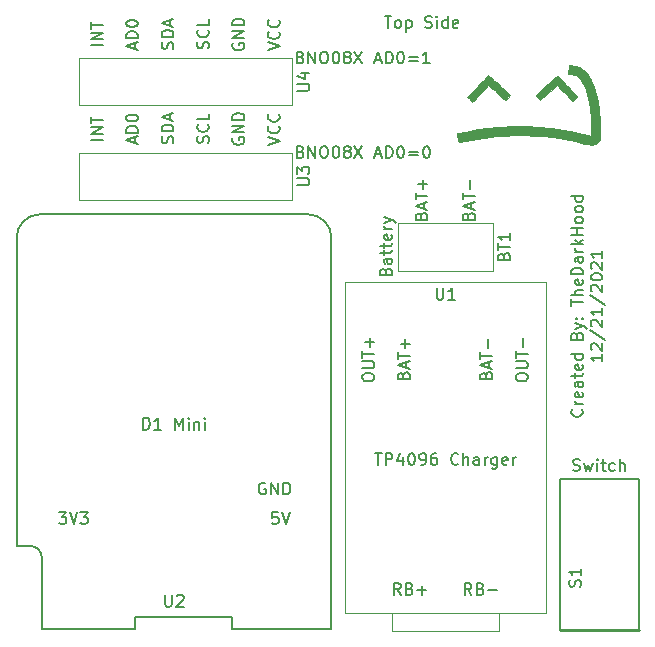
<source format=gto>
%TF.GenerationSoftware,KiCad,Pcbnew,(5.1.10)-1*%
%TF.CreationDate,2021-12-21T20:20:17-05:00*%
%TF.ProjectId,SlimeVRMotherBoard,536c696d-6556-4524-9d6f-74686572426f,rev?*%
%TF.SameCoordinates,Original*%
%TF.FileFunction,Legend,Top*%
%TF.FilePolarity,Positive*%
%FSLAX46Y46*%
G04 Gerber Fmt 4.6, Leading zero omitted, Abs format (unit mm)*
G04 Created by KiCad (PCBNEW (5.1.10)-1) date 2021-12-21 20:20:17*
%MOMM*%
%LPD*%
G01*
G04 APERTURE LIST*
%ADD10C,0.150000*%
%ADD11C,0.010000*%
%ADD12C,0.120000*%
%ADD13C,0.200000*%
%ADD14C,0.230000*%
%ADD15C,2.100000*%
%ADD16C,2.600000*%
%ADD17C,1.900000*%
G04 APERTURE END LIST*
D10*
X165833333Y-96452380D02*
X166404761Y-96452380D01*
X166119047Y-97452380D02*
X166119047Y-96452380D01*
X166880952Y-97452380D02*
X166785714Y-97404761D01*
X166738095Y-97357142D01*
X166690476Y-97261904D01*
X166690476Y-96976190D01*
X166738095Y-96880952D01*
X166785714Y-96833333D01*
X166880952Y-96785714D01*
X167023809Y-96785714D01*
X167119047Y-96833333D01*
X167166666Y-96880952D01*
X167214285Y-96976190D01*
X167214285Y-97261904D01*
X167166666Y-97357142D01*
X167119047Y-97404761D01*
X167023809Y-97452380D01*
X166880952Y-97452380D01*
X167642857Y-96785714D02*
X167642857Y-97785714D01*
X167642857Y-96833333D02*
X167738095Y-96785714D01*
X167928571Y-96785714D01*
X168023809Y-96833333D01*
X168071428Y-96880952D01*
X168119047Y-96976190D01*
X168119047Y-97261904D01*
X168071428Y-97357142D01*
X168023809Y-97404761D01*
X167928571Y-97452380D01*
X167738095Y-97452380D01*
X167642857Y-97404761D01*
X169261904Y-97404761D02*
X169404761Y-97452380D01*
X169642857Y-97452380D01*
X169738095Y-97404761D01*
X169785714Y-97357142D01*
X169833333Y-97261904D01*
X169833333Y-97166666D01*
X169785714Y-97071428D01*
X169738095Y-97023809D01*
X169642857Y-96976190D01*
X169452380Y-96928571D01*
X169357142Y-96880952D01*
X169309523Y-96833333D01*
X169261904Y-96738095D01*
X169261904Y-96642857D01*
X169309523Y-96547619D01*
X169357142Y-96500000D01*
X169452380Y-96452380D01*
X169690476Y-96452380D01*
X169833333Y-96500000D01*
X170261904Y-97452380D02*
X170261904Y-96785714D01*
X170261904Y-96452380D02*
X170214285Y-96500000D01*
X170261904Y-96547619D01*
X170309523Y-96500000D01*
X170261904Y-96452380D01*
X170261904Y-96547619D01*
X171166666Y-97452380D02*
X171166666Y-96452380D01*
X171166666Y-97404761D02*
X171071428Y-97452380D01*
X170880952Y-97452380D01*
X170785714Y-97404761D01*
X170738095Y-97357142D01*
X170690476Y-97261904D01*
X170690476Y-96976190D01*
X170738095Y-96880952D01*
X170785714Y-96833333D01*
X170880952Y-96785714D01*
X171071428Y-96785714D01*
X171166666Y-96833333D01*
X172023809Y-97404761D02*
X171928571Y-97452380D01*
X171738095Y-97452380D01*
X171642857Y-97404761D01*
X171595238Y-97309523D01*
X171595238Y-96928571D01*
X171642857Y-96833333D01*
X171738095Y-96785714D01*
X171928571Y-96785714D01*
X172023809Y-96833333D01*
X172071428Y-96928571D01*
X172071428Y-97023809D01*
X171595238Y-97119047D01*
X182532142Y-129738095D02*
X182579761Y-129785714D01*
X182627380Y-129928571D01*
X182627380Y-130023809D01*
X182579761Y-130166666D01*
X182484523Y-130261904D01*
X182389285Y-130309523D01*
X182198809Y-130357142D01*
X182055952Y-130357142D01*
X181865476Y-130309523D01*
X181770238Y-130261904D01*
X181675000Y-130166666D01*
X181627380Y-130023809D01*
X181627380Y-129928571D01*
X181675000Y-129785714D01*
X181722619Y-129738095D01*
X182627380Y-129309523D02*
X181960714Y-129309523D01*
X182151190Y-129309523D02*
X182055952Y-129261904D01*
X182008333Y-129214285D01*
X181960714Y-129119047D01*
X181960714Y-129023809D01*
X182579761Y-128309523D02*
X182627380Y-128404761D01*
X182627380Y-128595238D01*
X182579761Y-128690476D01*
X182484523Y-128738095D01*
X182103571Y-128738095D01*
X182008333Y-128690476D01*
X181960714Y-128595238D01*
X181960714Y-128404761D01*
X182008333Y-128309523D01*
X182103571Y-128261904D01*
X182198809Y-128261904D01*
X182294047Y-128738095D01*
X182627380Y-127404761D02*
X182103571Y-127404761D01*
X182008333Y-127452380D01*
X181960714Y-127547619D01*
X181960714Y-127738095D01*
X182008333Y-127833333D01*
X182579761Y-127404761D02*
X182627380Y-127500000D01*
X182627380Y-127738095D01*
X182579761Y-127833333D01*
X182484523Y-127880952D01*
X182389285Y-127880952D01*
X182294047Y-127833333D01*
X182246428Y-127738095D01*
X182246428Y-127500000D01*
X182198809Y-127404761D01*
X181960714Y-127071428D02*
X181960714Y-126690476D01*
X181627380Y-126928571D02*
X182484523Y-126928571D01*
X182579761Y-126880952D01*
X182627380Y-126785714D01*
X182627380Y-126690476D01*
X182579761Y-125976190D02*
X182627380Y-126071428D01*
X182627380Y-126261904D01*
X182579761Y-126357142D01*
X182484523Y-126404761D01*
X182103571Y-126404761D01*
X182008333Y-126357142D01*
X181960714Y-126261904D01*
X181960714Y-126071428D01*
X182008333Y-125976190D01*
X182103571Y-125928571D01*
X182198809Y-125928571D01*
X182294047Y-126404761D01*
X182627380Y-125071428D02*
X181627380Y-125071428D01*
X182579761Y-125071428D02*
X182627380Y-125166666D01*
X182627380Y-125357142D01*
X182579761Y-125452380D01*
X182532142Y-125500000D01*
X182436904Y-125547619D01*
X182151190Y-125547619D01*
X182055952Y-125500000D01*
X182008333Y-125452380D01*
X181960714Y-125357142D01*
X181960714Y-125166666D01*
X182008333Y-125071428D01*
X182103571Y-123500000D02*
X182151190Y-123357142D01*
X182198809Y-123309523D01*
X182294047Y-123261904D01*
X182436904Y-123261904D01*
X182532142Y-123309523D01*
X182579761Y-123357142D01*
X182627380Y-123452380D01*
X182627380Y-123833333D01*
X181627380Y-123833333D01*
X181627380Y-123500000D01*
X181675000Y-123404761D01*
X181722619Y-123357142D01*
X181817857Y-123309523D01*
X181913095Y-123309523D01*
X182008333Y-123357142D01*
X182055952Y-123404761D01*
X182103571Y-123500000D01*
X182103571Y-123833333D01*
X181960714Y-122928571D02*
X182627380Y-122690476D01*
X181960714Y-122452380D02*
X182627380Y-122690476D01*
X182865476Y-122785714D01*
X182913095Y-122833333D01*
X182960714Y-122928571D01*
X182532142Y-122071428D02*
X182579761Y-122023809D01*
X182627380Y-122071428D01*
X182579761Y-122119047D01*
X182532142Y-122071428D01*
X182627380Y-122071428D01*
X182008333Y-122071428D02*
X182055952Y-122023809D01*
X182103571Y-122071428D01*
X182055952Y-122119047D01*
X182008333Y-122071428D01*
X182103571Y-122071428D01*
X181627380Y-120976190D02*
X181627380Y-120404761D01*
X182627380Y-120690476D02*
X181627380Y-120690476D01*
X182627380Y-120071428D02*
X181627380Y-120071428D01*
X182627380Y-119642857D02*
X182103571Y-119642857D01*
X182008333Y-119690476D01*
X181960714Y-119785714D01*
X181960714Y-119928571D01*
X182008333Y-120023809D01*
X182055952Y-120071428D01*
X182579761Y-118785714D02*
X182627380Y-118880952D01*
X182627380Y-119071428D01*
X182579761Y-119166666D01*
X182484523Y-119214285D01*
X182103571Y-119214285D01*
X182008333Y-119166666D01*
X181960714Y-119071428D01*
X181960714Y-118880952D01*
X182008333Y-118785714D01*
X182103571Y-118738095D01*
X182198809Y-118738095D01*
X182294047Y-119214285D01*
X182627380Y-118309523D02*
X181627380Y-118309523D01*
X181627380Y-118071428D01*
X181675000Y-117928571D01*
X181770238Y-117833333D01*
X181865476Y-117785714D01*
X182055952Y-117738095D01*
X182198809Y-117738095D01*
X182389285Y-117785714D01*
X182484523Y-117833333D01*
X182579761Y-117928571D01*
X182627380Y-118071428D01*
X182627380Y-118309523D01*
X182627380Y-116880952D02*
X182103571Y-116880952D01*
X182008333Y-116928571D01*
X181960714Y-117023809D01*
X181960714Y-117214285D01*
X182008333Y-117309523D01*
X182579761Y-116880952D02*
X182627380Y-116976190D01*
X182627380Y-117214285D01*
X182579761Y-117309523D01*
X182484523Y-117357142D01*
X182389285Y-117357142D01*
X182294047Y-117309523D01*
X182246428Y-117214285D01*
X182246428Y-116976190D01*
X182198809Y-116880952D01*
X182627380Y-116404761D02*
X181960714Y-116404761D01*
X182151190Y-116404761D02*
X182055952Y-116357142D01*
X182008333Y-116309523D01*
X181960714Y-116214285D01*
X181960714Y-116119047D01*
X182627380Y-115785714D02*
X181627380Y-115785714D01*
X182246428Y-115690476D02*
X182627380Y-115404761D01*
X181960714Y-115404761D02*
X182341666Y-115785714D01*
X182627380Y-114976190D02*
X181627380Y-114976190D01*
X182103571Y-114976190D02*
X182103571Y-114404761D01*
X182627380Y-114404761D02*
X181627380Y-114404761D01*
X182627380Y-113785714D02*
X182579761Y-113880952D01*
X182532142Y-113928571D01*
X182436904Y-113976190D01*
X182151190Y-113976190D01*
X182055952Y-113928571D01*
X182008333Y-113880952D01*
X181960714Y-113785714D01*
X181960714Y-113642857D01*
X182008333Y-113547619D01*
X182055952Y-113500000D01*
X182151190Y-113452380D01*
X182436904Y-113452380D01*
X182532142Y-113500000D01*
X182579761Y-113547619D01*
X182627380Y-113642857D01*
X182627380Y-113785714D01*
X182627380Y-112880952D02*
X182579761Y-112976190D01*
X182532142Y-113023809D01*
X182436904Y-113071428D01*
X182151190Y-113071428D01*
X182055952Y-113023809D01*
X182008333Y-112976190D01*
X181960714Y-112880952D01*
X181960714Y-112738095D01*
X182008333Y-112642857D01*
X182055952Y-112595238D01*
X182151190Y-112547619D01*
X182436904Y-112547619D01*
X182532142Y-112595238D01*
X182579761Y-112642857D01*
X182627380Y-112738095D01*
X182627380Y-112880952D01*
X182627380Y-111690476D02*
X181627380Y-111690476D01*
X182579761Y-111690476D02*
X182627380Y-111785714D01*
X182627380Y-111976190D01*
X182579761Y-112071428D01*
X182532142Y-112119047D01*
X182436904Y-112166666D01*
X182151190Y-112166666D01*
X182055952Y-112119047D01*
X182008333Y-112071428D01*
X181960714Y-111976190D01*
X181960714Y-111785714D01*
X182008333Y-111690476D01*
X184277380Y-125095238D02*
X184277380Y-125666666D01*
X184277380Y-125380952D02*
X183277380Y-125380952D01*
X183420238Y-125476190D01*
X183515476Y-125571428D01*
X183563095Y-125666666D01*
X183372619Y-124714285D02*
X183325000Y-124666666D01*
X183277380Y-124571428D01*
X183277380Y-124333333D01*
X183325000Y-124238095D01*
X183372619Y-124190476D01*
X183467857Y-124142857D01*
X183563095Y-124142857D01*
X183705952Y-124190476D01*
X184277380Y-124761904D01*
X184277380Y-124142857D01*
X183229761Y-123000000D02*
X184515476Y-123857142D01*
X183372619Y-122714285D02*
X183325000Y-122666666D01*
X183277380Y-122571428D01*
X183277380Y-122333333D01*
X183325000Y-122238095D01*
X183372619Y-122190476D01*
X183467857Y-122142857D01*
X183563095Y-122142857D01*
X183705952Y-122190476D01*
X184277380Y-122761904D01*
X184277380Y-122142857D01*
X184277380Y-121190476D02*
X184277380Y-121761904D01*
X184277380Y-121476190D02*
X183277380Y-121476190D01*
X183420238Y-121571428D01*
X183515476Y-121666666D01*
X183563095Y-121761904D01*
X183229761Y-120047619D02*
X184515476Y-120904761D01*
X183372619Y-119761904D02*
X183325000Y-119714285D01*
X183277380Y-119619047D01*
X183277380Y-119380952D01*
X183325000Y-119285714D01*
X183372619Y-119238095D01*
X183467857Y-119190476D01*
X183563095Y-119190476D01*
X183705952Y-119238095D01*
X184277380Y-119809523D01*
X184277380Y-119190476D01*
X183277380Y-118571428D02*
X183277380Y-118476190D01*
X183325000Y-118380952D01*
X183372619Y-118333333D01*
X183467857Y-118285714D01*
X183658333Y-118238095D01*
X183896428Y-118238095D01*
X184086904Y-118285714D01*
X184182142Y-118333333D01*
X184229761Y-118380952D01*
X184277380Y-118476190D01*
X184277380Y-118571428D01*
X184229761Y-118666666D01*
X184182142Y-118714285D01*
X184086904Y-118761904D01*
X183896428Y-118809523D01*
X183658333Y-118809523D01*
X183467857Y-118761904D01*
X183372619Y-118714285D01*
X183325000Y-118666666D01*
X183277380Y-118571428D01*
X183372619Y-117857142D02*
X183325000Y-117809523D01*
X183277380Y-117714285D01*
X183277380Y-117476190D01*
X183325000Y-117380952D01*
X183372619Y-117333333D01*
X183467857Y-117285714D01*
X183563095Y-117285714D01*
X183705952Y-117333333D01*
X184277380Y-117904761D01*
X184277380Y-117285714D01*
X184277380Y-116333333D02*
X184277380Y-116904761D01*
X184277380Y-116619047D02*
X183277380Y-116619047D01*
X183420238Y-116714285D01*
X183515476Y-116809523D01*
X183563095Y-116904761D01*
X155738095Y-136000000D02*
X155642857Y-135952380D01*
X155500000Y-135952380D01*
X155357142Y-136000000D01*
X155261904Y-136095238D01*
X155214285Y-136190476D01*
X155166666Y-136380952D01*
X155166666Y-136523809D01*
X155214285Y-136714285D01*
X155261904Y-136809523D01*
X155357142Y-136904761D01*
X155500000Y-136952380D01*
X155595238Y-136952380D01*
X155738095Y-136904761D01*
X155785714Y-136857142D01*
X155785714Y-136523809D01*
X155595238Y-136523809D01*
X156214285Y-136952380D02*
X156214285Y-135952380D01*
X156785714Y-136952380D01*
X156785714Y-135952380D01*
X157261904Y-136952380D02*
X157261904Y-135952380D01*
X157500000Y-135952380D01*
X157642857Y-136000000D01*
X157738095Y-136095238D01*
X157785714Y-136190476D01*
X157833333Y-136380952D01*
X157833333Y-136523809D01*
X157785714Y-136714285D01*
X157738095Y-136809523D01*
X157642857Y-136904761D01*
X157500000Y-136952380D01*
X157261904Y-136952380D01*
X156809523Y-138452380D02*
X156333333Y-138452380D01*
X156285714Y-138928571D01*
X156333333Y-138880952D01*
X156428571Y-138833333D01*
X156666666Y-138833333D01*
X156761904Y-138880952D01*
X156809523Y-138928571D01*
X156857142Y-139023809D01*
X156857142Y-139261904D01*
X156809523Y-139357142D01*
X156761904Y-139404761D01*
X156666666Y-139452380D01*
X156428571Y-139452380D01*
X156333333Y-139404761D01*
X156285714Y-139357142D01*
X157142857Y-138452380D02*
X157476190Y-139452380D01*
X157809523Y-138452380D01*
X138261904Y-138452380D02*
X138880952Y-138452380D01*
X138547619Y-138833333D01*
X138690476Y-138833333D01*
X138785714Y-138880952D01*
X138833333Y-138928571D01*
X138880952Y-139023809D01*
X138880952Y-139261904D01*
X138833333Y-139357142D01*
X138785714Y-139404761D01*
X138690476Y-139452380D01*
X138404761Y-139452380D01*
X138309523Y-139404761D01*
X138261904Y-139357142D01*
X139166666Y-138452380D02*
X139500000Y-139452380D01*
X139833333Y-138452380D01*
X140071428Y-138452380D02*
X140690476Y-138452380D01*
X140357142Y-138833333D01*
X140500000Y-138833333D01*
X140595238Y-138880952D01*
X140642857Y-138928571D01*
X140690476Y-139023809D01*
X140690476Y-139261904D01*
X140642857Y-139357142D01*
X140595238Y-139404761D01*
X140500000Y-139452380D01*
X140214285Y-139452380D01*
X140119047Y-139404761D01*
X140071428Y-139357142D01*
X181785714Y-134904761D02*
X181928571Y-134952380D01*
X182166666Y-134952380D01*
X182261904Y-134904761D01*
X182309523Y-134857142D01*
X182357142Y-134761904D01*
X182357142Y-134666666D01*
X182309523Y-134571428D01*
X182261904Y-134523809D01*
X182166666Y-134476190D01*
X181976190Y-134428571D01*
X181880952Y-134380952D01*
X181833333Y-134333333D01*
X181785714Y-134238095D01*
X181785714Y-134142857D01*
X181833333Y-134047619D01*
X181880952Y-134000000D01*
X181976190Y-133952380D01*
X182214285Y-133952380D01*
X182357142Y-134000000D01*
X182690476Y-134285714D02*
X182880952Y-134952380D01*
X183071428Y-134476190D01*
X183261904Y-134952380D01*
X183452380Y-134285714D01*
X183833333Y-134952380D02*
X183833333Y-134285714D01*
X183833333Y-133952380D02*
X183785714Y-134000000D01*
X183833333Y-134047619D01*
X183880952Y-134000000D01*
X183833333Y-133952380D01*
X183833333Y-134047619D01*
X184166666Y-134285714D02*
X184547619Y-134285714D01*
X184309523Y-133952380D02*
X184309523Y-134809523D01*
X184357142Y-134904761D01*
X184452380Y-134952380D01*
X184547619Y-134952380D01*
X185309523Y-134904761D02*
X185214285Y-134952380D01*
X185023809Y-134952380D01*
X184928571Y-134904761D01*
X184880952Y-134857142D01*
X184833333Y-134761904D01*
X184833333Y-134476190D01*
X184880952Y-134380952D01*
X184928571Y-134333333D01*
X185023809Y-134285714D01*
X185214285Y-134285714D01*
X185309523Y-134333333D01*
X185738095Y-134952380D02*
X185738095Y-133952380D01*
X186166666Y-134952380D02*
X186166666Y-134428571D01*
X186119047Y-134333333D01*
X186023809Y-134285714D01*
X185880952Y-134285714D01*
X185785714Y-134333333D01*
X185738095Y-134380952D01*
X165928571Y-118071428D02*
X165976190Y-117928571D01*
X166023809Y-117880952D01*
X166119047Y-117833333D01*
X166261904Y-117833333D01*
X166357142Y-117880952D01*
X166404761Y-117928571D01*
X166452380Y-118023809D01*
X166452380Y-118404761D01*
X165452380Y-118404761D01*
X165452380Y-118071428D01*
X165500000Y-117976190D01*
X165547619Y-117928571D01*
X165642857Y-117880952D01*
X165738095Y-117880952D01*
X165833333Y-117928571D01*
X165880952Y-117976190D01*
X165928571Y-118071428D01*
X165928571Y-118404761D01*
X166452380Y-116976190D02*
X165928571Y-116976190D01*
X165833333Y-117023809D01*
X165785714Y-117119047D01*
X165785714Y-117309523D01*
X165833333Y-117404761D01*
X166404761Y-116976190D02*
X166452380Y-117071428D01*
X166452380Y-117309523D01*
X166404761Y-117404761D01*
X166309523Y-117452380D01*
X166214285Y-117452380D01*
X166119047Y-117404761D01*
X166071428Y-117309523D01*
X166071428Y-117071428D01*
X166023809Y-116976190D01*
X165785714Y-116642857D02*
X165785714Y-116261904D01*
X165452380Y-116500000D02*
X166309523Y-116500000D01*
X166404761Y-116452380D01*
X166452380Y-116357142D01*
X166452380Y-116261904D01*
X165785714Y-116071428D02*
X165785714Y-115690476D01*
X165452380Y-115928571D02*
X166309523Y-115928571D01*
X166404761Y-115880952D01*
X166452380Y-115785714D01*
X166452380Y-115690476D01*
X166404761Y-114976190D02*
X166452380Y-115071428D01*
X166452380Y-115261904D01*
X166404761Y-115357142D01*
X166309523Y-115404761D01*
X165928571Y-115404761D01*
X165833333Y-115357142D01*
X165785714Y-115261904D01*
X165785714Y-115071428D01*
X165833333Y-114976190D01*
X165928571Y-114928571D01*
X166023809Y-114928571D01*
X166119047Y-115404761D01*
X166452380Y-114500000D02*
X165785714Y-114500000D01*
X165976190Y-114500000D02*
X165880952Y-114452380D01*
X165833333Y-114404761D01*
X165785714Y-114309523D01*
X165785714Y-114214285D01*
X165785714Y-113976190D02*
X166452380Y-113738095D01*
X165785714Y-113500000D02*
X166452380Y-113738095D01*
X166690476Y-113833333D01*
X166738095Y-113880952D01*
X166785714Y-113976190D01*
X158714285Y-107928571D02*
X158857142Y-107976190D01*
X158904761Y-108023809D01*
X158952380Y-108119047D01*
X158952380Y-108261904D01*
X158904761Y-108357142D01*
X158857142Y-108404761D01*
X158761904Y-108452380D01*
X158380952Y-108452380D01*
X158380952Y-107452380D01*
X158714285Y-107452380D01*
X158809523Y-107500000D01*
X158857142Y-107547619D01*
X158904761Y-107642857D01*
X158904761Y-107738095D01*
X158857142Y-107833333D01*
X158809523Y-107880952D01*
X158714285Y-107928571D01*
X158380952Y-107928571D01*
X159380952Y-108452380D02*
X159380952Y-107452380D01*
X159952380Y-108452380D01*
X159952380Y-107452380D01*
X160619047Y-107452380D02*
X160809523Y-107452380D01*
X160904761Y-107500000D01*
X161000000Y-107595238D01*
X161047619Y-107785714D01*
X161047619Y-108119047D01*
X161000000Y-108309523D01*
X160904761Y-108404761D01*
X160809523Y-108452380D01*
X160619047Y-108452380D01*
X160523809Y-108404761D01*
X160428571Y-108309523D01*
X160380952Y-108119047D01*
X160380952Y-107785714D01*
X160428571Y-107595238D01*
X160523809Y-107500000D01*
X160619047Y-107452380D01*
X161666666Y-107452380D02*
X161761904Y-107452380D01*
X161857142Y-107500000D01*
X161904761Y-107547619D01*
X161952380Y-107642857D01*
X162000000Y-107833333D01*
X162000000Y-108071428D01*
X161952380Y-108261904D01*
X161904761Y-108357142D01*
X161857142Y-108404761D01*
X161761904Y-108452380D01*
X161666666Y-108452380D01*
X161571428Y-108404761D01*
X161523809Y-108357142D01*
X161476190Y-108261904D01*
X161428571Y-108071428D01*
X161428571Y-107833333D01*
X161476190Y-107642857D01*
X161523809Y-107547619D01*
X161571428Y-107500000D01*
X161666666Y-107452380D01*
X162571428Y-107880952D02*
X162476190Y-107833333D01*
X162428571Y-107785714D01*
X162380952Y-107690476D01*
X162380952Y-107642857D01*
X162428571Y-107547619D01*
X162476190Y-107500000D01*
X162571428Y-107452380D01*
X162761904Y-107452380D01*
X162857142Y-107500000D01*
X162904761Y-107547619D01*
X162952380Y-107642857D01*
X162952380Y-107690476D01*
X162904761Y-107785714D01*
X162857142Y-107833333D01*
X162761904Y-107880952D01*
X162571428Y-107880952D01*
X162476190Y-107928571D01*
X162428571Y-107976190D01*
X162380952Y-108071428D01*
X162380952Y-108261904D01*
X162428571Y-108357142D01*
X162476190Y-108404761D01*
X162571428Y-108452380D01*
X162761904Y-108452380D01*
X162857142Y-108404761D01*
X162904761Y-108357142D01*
X162952380Y-108261904D01*
X162952380Y-108071428D01*
X162904761Y-107976190D01*
X162857142Y-107928571D01*
X162761904Y-107880952D01*
X163285714Y-107452380D02*
X163952380Y-108452380D01*
X163952380Y-107452380D02*
X163285714Y-108452380D01*
X165047619Y-108166666D02*
X165523809Y-108166666D01*
X164952380Y-108452380D02*
X165285714Y-107452380D01*
X165619047Y-108452380D01*
X165952380Y-108452380D02*
X165952380Y-107452380D01*
X166190476Y-107452380D01*
X166333333Y-107500000D01*
X166428571Y-107595238D01*
X166476190Y-107690476D01*
X166523809Y-107880952D01*
X166523809Y-108023809D01*
X166476190Y-108214285D01*
X166428571Y-108309523D01*
X166333333Y-108404761D01*
X166190476Y-108452380D01*
X165952380Y-108452380D01*
X167142857Y-107452380D02*
X167238095Y-107452380D01*
X167333333Y-107500000D01*
X167380952Y-107547619D01*
X167428571Y-107642857D01*
X167476190Y-107833333D01*
X167476190Y-108071428D01*
X167428571Y-108261904D01*
X167380952Y-108357142D01*
X167333333Y-108404761D01*
X167238095Y-108452380D01*
X167142857Y-108452380D01*
X167047619Y-108404761D01*
X167000000Y-108357142D01*
X166952380Y-108261904D01*
X166904761Y-108071428D01*
X166904761Y-107833333D01*
X166952380Y-107642857D01*
X167000000Y-107547619D01*
X167047619Y-107500000D01*
X167142857Y-107452380D01*
X167904761Y-107928571D02*
X168666666Y-107928571D01*
X168666666Y-108214285D02*
X167904761Y-108214285D01*
X169333333Y-107452380D02*
X169428571Y-107452380D01*
X169523809Y-107500000D01*
X169571428Y-107547619D01*
X169619047Y-107642857D01*
X169666666Y-107833333D01*
X169666666Y-108071428D01*
X169619047Y-108261904D01*
X169571428Y-108357142D01*
X169523809Y-108404761D01*
X169428571Y-108452380D01*
X169333333Y-108452380D01*
X169238095Y-108404761D01*
X169190476Y-108357142D01*
X169142857Y-108261904D01*
X169095238Y-108071428D01*
X169095238Y-107833333D01*
X169142857Y-107642857D01*
X169190476Y-107547619D01*
X169238095Y-107500000D01*
X169333333Y-107452380D01*
X158714285Y-99928571D02*
X158857142Y-99976190D01*
X158904761Y-100023809D01*
X158952380Y-100119047D01*
X158952380Y-100261904D01*
X158904761Y-100357142D01*
X158857142Y-100404761D01*
X158761904Y-100452380D01*
X158380952Y-100452380D01*
X158380952Y-99452380D01*
X158714285Y-99452380D01*
X158809523Y-99500000D01*
X158857142Y-99547619D01*
X158904761Y-99642857D01*
X158904761Y-99738095D01*
X158857142Y-99833333D01*
X158809523Y-99880952D01*
X158714285Y-99928571D01*
X158380952Y-99928571D01*
X159380952Y-100452380D02*
X159380952Y-99452380D01*
X159952380Y-100452380D01*
X159952380Y-99452380D01*
X160619047Y-99452380D02*
X160809523Y-99452380D01*
X160904761Y-99500000D01*
X161000000Y-99595238D01*
X161047619Y-99785714D01*
X161047619Y-100119047D01*
X161000000Y-100309523D01*
X160904761Y-100404761D01*
X160809523Y-100452380D01*
X160619047Y-100452380D01*
X160523809Y-100404761D01*
X160428571Y-100309523D01*
X160380952Y-100119047D01*
X160380952Y-99785714D01*
X160428571Y-99595238D01*
X160523809Y-99500000D01*
X160619047Y-99452380D01*
X161666666Y-99452380D02*
X161761904Y-99452380D01*
X161857142Y-99500000D01*
X161904761Y-99547619D01*
X161952380Y-99642857D01*
X162000000Y-99833333D01*
X162000000Y-100071428D01*
X161952380Y-100261904D01*
X161904761Y-100357142D01*
X161857142Y-100404761D01*
X161761904Y-100452380D01*
X161666666Y-100452380D01*
X161571428Y-100404761D01*
X161523809Y-100357142D01*
X161476190Y-100261904D01*
X161428571Y-100071428D01*
X161428571Y-99833333D01*
X161476190Y-99642857D01*
X161523809Y-99547619D01*
X161571428Y-99500000D01*
X161666666Y-99452380D01*
X162571428Y-99880952D02*
X162476190Y-99833333D01*
X162428571Y-99785714D01*
X162380952Y-99690476D01*
X162380952Y-99642857D01*
X162428571Y-99547619D01*
X162476190Y-99500000D01*
X162571428Y-99452380D01*
X162761904Y-99452380D01*
X162857142Y-99500000D01*
X162904761Y-99547619D01*
X162952380Y-99642857D01*
X162952380Y-99690476D01*
X162904761Y-99785714D01*
X162857142Y-99833333D01*
X162761904Y-99880952D01*
X162571428Y-99880952D01*
X162476190Y-99928571D01*
X162428571Y-99976190D01*
X162380952Y-100071428D01*
X162380952Y-100261904D01*
X162428571Y-100357142D01*
X162476190Y-100404761D01*
X162571428Y-100452380D01*
X162761904Y-100452380D01*
X162857142Y-100404761D01*
X162904761Y-100357142D01*
X162952380Y-100261904D01*
X162952380Y-100071428D01*
X162904761Y-99976190D01*
X162857142Y-99928571D01*
X162761904Y-99880952D01*
X163285714Y-99452380D02*
X163952380Y-100452380D01*
X163952380Y-99452380D02*
X163285714Y-100452380D01*
X165047619Y-100166666D02*
X165523809Y-100166666D01*
X164952380Y-100452380D02*
X165285714Y-99452380D01*
X165619047Y-100452380D01*
X165952380Y-100452380D02*
X165952380Y-99452380D01*
X166190476Y-99452380D01*
X166333333Y-99500000D01*
X166428571Y-99595238D01*
X166476190Y-99690476D01*
X166523809Y-99880952D01*
X166523809Y-100023809D01*
X166476190Y-100214285D01*
X166428571Y-100309523D01*
X166333333Y-100404761D01*
X166190476Y-100452380D01*
X165952380Y-100452380D01*
X167142857Y-99452380D02*
X167238095Y-99452380D01*
X167333333Y-99500000D01*
X167380952Y-99547619D01*
X167428571Y-99642857D01*
X167476190Y-99833333D01*
X167476190Y-100071428D01*
X167428571Y-100261904D01*
X167380952Y-100357142D01*
X167333333Y-100404761D01*
X167238095Y-100452380D01*
X167142857Y-100452380D01*
X167047619Y-100404761D01*
X167000000Y-100357142D01*
X166952380Y-100261904D01*
X166904761Y-100071428D01*
X166904761Y-99833333D01*
X166952380Y-99642857D01*
X167000000Y-99547619D01*
X167047619Y-99500000D01*
X167142857Y-99452380D01*
X167904761Y-99928571D02*
X168666666Y-99928571D01*
X168666666Y-100214285D02*
X167904761Y-100214285D01*
X169666666Y-100452380D02*
X169095238Y-100452380D01*
X169380952Y-100452380D02*
X169380952Y-99452380D01*
X169285714Y-99595238D01*
X169190476Y-99690476D01*
X169095238Y-99738095D01*
X165023809Y-133452380D02*
X165595238Y-133452380D01*
X165309523Y-134452380D02*
X165309523Y-133452380D01*
X165928571Y-134452380D02*
X165928571Y-133452380D01*
X166309523Y-133452380D01*
X166404761Y-133500000D01*
X166452380Y-133547619D01*
X166500000Y-133642857D01*
X166500000Y-133785714D01*
X166452380Y-133880952D01*
X166404761Y-133928571D01*
X166309523Y-133976190D01*
X165928571Y-133976190D01*
X167357142Y-133785714D02*
X167357142Y-134452380D01*
X167119047Y-133404761D02*
X166880952Y-134119047D01*
X167500000Y-134119047D01*
X168071428Y-133452380D02*
X168166666Y-133452380D01*
X168261904Y-133500000D01*
X168309523Y-133547619D01*
X168357142Y-133642857D01*
X168404761Y-133833333D01*
X168404761Y-134071428D01*
X168357142Y-134261904D01*
X168309523Y-134357142D01*
X168261904Y-134404761D01*
X168166666Y-134452380D01*
X168071428Y-134452380D01*
X167976190Y-134404761D01*
X167928571Y-134357142D01*
X167880952Y-134261904D01*
X167833333Y-134071428D01*
X167833333Y-133833333D01*
X167880952Y-133642857D01*
X167928571Y-133547619D01*
X167976190Y-133500000D01*
X168071428Y-133452380D01*
X168880952Y-134452380D02*
X169071428Y-134452380D01*
X169166666Y-134404761D01*
X169214285Y-134357142D01*
X169309523Y-134214285D01*
X169357142Y-134023809D01*
X169357142Y-133642857D01*
X169309523Y-133547619D01*
X169261904Y-133500000D01*
X169166666Y-133452380D01*
X168976190Y-133452380D01*
X168880952Y-133500000D01*
X168833333Y-133547619D01*
X168785714Y-133642857D01*
X168785714Y-133880952D01*
X168833333Y-133976190D01*
X168880952Y-134023809D01*
X168976190Y-134071428D01*
X169166666Y-134071428D01*
X169261904Y-134023809D01*
X169309523Y-133976190D01*
X169357142Y-133880952D01*
X170214285Y-133452380D02*
X170023809Y-133452380D01*
X169928571Y-133500000D01*
X169880952Y-133547619D01*
X169785714Y-133690476D01*
X169738095Y-133880952D01*
X169738095Y-134261904D01*
X169785714Y-134357142D01*
X169833333Y-134404761D01*
X169928571Y-134452380D01*
X170119047Y-134452380D01*
X170214285Y-134404761D01*
X170261904Y-134357142D01*
X170309523Y-134261904D01*
X170309523Y-134023809D01*
X170261904Y-133928571D01*
X170214285Y-133880952D01*
X170119047Y-133833333D01*
X169928571Y-133833333D01*
X169833333Y-133880952D01*
X169785714Y-133928571D01*
X169738095Y-134023809D01*
X172071428Y-134357142D02*
X172023809Y-134404761D01*
X171880952Y-134452380D01*
X171785714Y-134452380D01*
X171642857Y-134404761D01*
X171547619Y-134309523D01*
X171500000Y-134214285D01*
X171452380Y-134023809D01*
X171452380Y-133880952D01*
X171500000Y-133690476D01*
X171547619Y-133595238D01*
X171642857Y-133500000D01*
X171785714Y-133452380D01*
X171880952Y-133452380D01*
X172023809Y-133500000D01*
X172071428Y-133547619D01*
X172500000Y-134452380D02*
X172500000Y-133452380D01*
X172928571Y-134452380D02*
X172928571Y-133928571D01*
X172880952Y-133833333D01*
X172785714Y-133785714D01*
X172642857Y-133785714D01*
X172547619Y-133833333D01*
X172500000Y-133880952D01*
X173833333Y-134452380D02*
X173833333Y-133928571D01*
X173785714Y-133833333D01*
X173690476Y-133785714D01*
X173500000Y-133785714D01*
X173404761Y-133833333D01*
X173833333Y-134404761D02*
X173738095Y-134452380D01*
X173500000Y-134452380D01*
X173404761Y-134404761D01*
X173357142Y-134309523D01*
X173357142Y-134214285D01*
X173404761Y-134119047D01*
X173500000Y-134071428D01*
X173738095Y-134071428D01*
X173833333Y-134023809D01*
X174309523Y-134452380D02*
X174309523Y-133785714D01*
X174309523Y-133976190D02*
X174357142Y-133880952D01*
X174404761Y-133833333D01*
X174500000Y-133785714D01*
X174595238Y-133785714D01*
X175357142Y-133785714D02*
X175357142Y-134595238D01*
X175309523Y-134690476D01*
X175261904Y-134738095D01*
X175166666Y-134785714D01*
X175023809Y-134785714D01*
X174928571Y-134738095D01*
X175357142Y-134404761D02*
X175261904Y-134452380D01*
X175071428Y-134452380D01*
X174976190Y-134404761D01*
X174928571Y-134357142D01*
X174880952Y-134261904D01*
X174880952Y-133976190D01*
X174928571Y-133880952D01*
X174976190Y-133833333D01*
X175071428Y-133785714D01*
X175261904Y-133785714D01*
X175357142Y-133833333D01*
X176214285Y-134404761D02*
X176119047Y-134452380D01*
X175928571Y-134452380D01*
X175833333Y-134404761D01*
X175785714Y-134309523D01*
X175785714Y-133928571D01*
X175833333Y-133833333D01*
X175928571Y-133785714D01*
X176119047Y-133785714D01*
X176214285Y-133833333D01*
X176261904Y-133928571D01*
X176261904Y-134023809D01*
X175785714Y-134119047D01*
X176690476Y-134452380D02*
X176690476Y-133785714D01*
X176690476Y-133976190D02*
X176738095Y-133880952D01*
X176785714Y-133833333D01*
X176880952Y-133785714D01*
X176976190Y-133785714D01*
X145380952Y-131452380D02*
X145380952Y-130452380D01*
X145619047Y-130452380D01*
X145761904Y-130500000D01*
X145857142Y-130595238D01*
X145904761Y-130690476D01*
X145952380Y-130880952D01*
X145952380Y-131023809D01*
X145904761Y-131214285D01*
X145857142Y-131309523D01*
X145761904Y-131404761D01*
X145619047Y-131452380D01*
X145380952Y-131452380D01*
X146904761Y-131452380D02*
X146333333Y-131452380D01*
X146619047Y-131452380D02*
X146619047Y-130452380D01*
X146523809Y-130595238D01*
X146428571Y-130690476D01*
X146333333Y-130738095D01*
X148095238Y-131452380D02*
X148095238Y-130452380D01*
X148428571Y-131166666D01*
X148761904Y-130452380D01*
X148761904Y-131452380D01*
X149238095Y-131452380D02*
X149238095Y-130785714D01*
X149238095Y-130452380D02*
X149190476Y-130500000D01*
X149238095Y-130547619D01*
X149285714Y-130500000D01*
X149238095Y-130452380D01*
X149238095Y-130547619D01*
X149714285Y-130785714D02*
X149714285Y-131452380D01*
X149714285Y-130880952D02*
X149761904Y-130833333D01*
X149857142Y-130785714D01*
X150000000Y-130785714D01*
X150095238Y-130833333D01*
X150142857Y-130928571D01*
X150142857Y-131452380D01*
X150619047Y-131452380D02*
X150619047Y-130785714D01*
X150619047Y-130452380D02*
X150571428Y-130500000D01*
X150619047Y-130547619D01*
X150666666Y-130500000D01*
X150619047Y-130452380D01*
X150619047Y-130547619D01*
D11*
%TO.C,G\u002A\u002A\u002A*%
G36*
X181811926Y-100634132D02*
G01*
X182072003Y-100689339D01*
X182308378Y-100768166D01*
X182358854Y-100790617D01*
X182474332Y-100861950D01*
X182622424Y-100976292D01*
X182778690Y-101114099D01*
X182849435Y-101182856D01*
X183027369Y-101375708D01*
X183166684Y-101563766D01*
X183292888Y-101783242D01*
X183343793Y-101884619D01*
X183563145Y-102410262D01*
X183743959Y-103008615D01*
X183885718Y-103676738D01*
X183987904Y-104411694D01*
X184049999Y-105210543D01*
X184071356Y-106017988D01*
X184072055Y-106317257D01*
X184070850Y-106543958D01*
X184066740Y-106710186D01*
X184058725Y-106828035D01*
X184045806Y-106909600D01*
X184026981Y-106966974D01*
X184001251Y-107012253D01*
X183987551Y-107031372D01*
X183825692Y-107195815D01*
X183627688Y-107297950D01*
X183387231Y-107338821D01*
X183098016Y-107319468D01*
X182753733Y-107240935D01*
X182741333Y-107237338D01*
X181913766Y-107020466D01*
X181033685Y-106835777D01*
X180128955Y-106688858D01*
X179778000Y-106643311D01*
X179503687Y-106616849D01*
X179160801Y-106594193D01*
X178765361Y-106575614D01*
X178333386Y-106561381D01*
X177880897Y-106551762D01*
X177423913Y-106547028D01*
X176978453Y-106547447D01*
X176560536Y-106553289D01*
X176186183Y-106564823D01*
X175925667Y-106578538D01*
X175365096Y-106622068D01*
X174792999Y-106678598D01*
X174226390Y-106745825D01*
X173682284Y-106821447D01*
X173177696Y-106903159D01*
X172729640Y-106988661D01*
X172475500Y-107045485D01*
X172316167Y-107079755D01*
X172189745Y-107099430D01*
X172117407Y-107101473D01*
X172109250Y-107098025D01*
X172088211Y-107046877D01*
X172057966Y-106939915D01*
X172023821Y-106800822D01*
X171991080Y-106653282D01*
X171965048Y-106520976D01*
X171951032Y-106427590D01*
X171952156Y-106396715D01*
X172004253Y-106379711D01*
X172123866Y-106350784D01*
X172295212Y-106313163D01*
X172502509Y-106270078D01*
X172729973Y-106224759D01*
X172961821Y-106180436D01*
X173182271Y-106140337D01*
X173322167Y-106116377D01*
X174445032Y-105957144D01*
X175574204Y-105848819D01*
X176699782Y-105791097D01*
X177811865Y-105783675D01*
X178900549Y-105826247D01*
X179955935Y-105918511D01*
X180968120Y-106060161D01*
X181927203Y-106250894D01*
X182508500Y-106398560D01*
X182725942Y-106458482D01*
X182926293Y-106512844D01*
X183089056Y-106556139D01*
X183193734Y-106582864D01*
X183202783Y-106585016D01*
X183346732Y-106618621D01*
X183320349Y-105722060D01*
X183283314Y-104983667D01*
X183217881Y-104304147D01*
X183124876Y-103686895D01*
X183005124Y-103135304D01*
X182859448Y-102652769D01*
X182688675Y-102242684D01*
X182493629Y-101908442D01*
X182349723Y-101728558D01*
X182181671Y-101566948D01*
X182017465Y-101463401D01*
X181823714Y-101400422D01*
X181672864Y-101373900D01*
X181535296Y-101351640D01*
X181435108Y-101330173D01*
X181398739Y-101316850D01*
X181392314Y-101267615D01*
X181394108Y-101155656D01*
X181403595Y-101002464D01*
X181407618Y-100954434D01*
X181437812Y-100613333D01*
X181575795Y-100613333D01*
X181811926Y-100634132D01*
G37*
X181811926Y-100634132D02*
X182072003Y-100689339D01*
X182308378Y-100768166D01*
X182358854Y-100790617D01*
X182474332Y-100861950D01*
X182622424Y-100976292D01*
X182778690Y-101114099D01*
X182849435Y-101182856D01*
X183027369Y-101375708D01*
X183166684Y-101563766D01*
X183292888Y-101783242D01*
X183343793Y-101884619D01*
X183563145Y-102410262D01*
X183743959Y-103008615D01*
X183885718Y-103676738D01*
X183987904Y-104411694D01*
X184049999Y-105210543D01*
X184071356Y-106017988D01*
X184072055Y-106317257D01*
X184070850Y-106543958D01*
X184066740Y-106710186D01*
X184058725Y-106828035D01*
X184045806Y-106909600D01*
X184026981Y-106966974D01*
X184001251Y-107012253D01*
X183987551Y-107031372D01*
X183825692Y-107195815D01*
X183627688Y-107297950D01*
X183387231Y-107338821D01*
X183098016Y-107319468D01*
X182753733Y-107240935D01*
X182741333Y-107237338D01*
X181913766Y-107020466D01*
X181033685Y-106835777D01*
X180128955Y-106688858D01*
X179778000Y-106643311D01*
X179503687Y-106616849D01*
X179160801Y-106594193D01*
X178765361Y-106575614D01*
X178333386Y-106561381D01*
X177880897Y-106551762D01*
X177423913Y-106547028D01*
X176978453Y-106547447D01*
X176560536Y-106553289D01*
X176186183Y-106564823D01*
X175925667Y-106578538D01*
X175365096Y-106622068D01*
X174792999Y-106678598D01*
X174226390Y-106745825D01*
X173682284Y-106821447D01*
X173177696Y-106903159D01*
X172729640Y-106988661D01*
X172475500Y-107045485D01*
X172316167Y-107079755D01*
X172189745Y-107099430D01*
X172117407Y-107101473D01*
X172109250Y-107098025D01*
X172088211Y-107046877D01*
X172057966Y-106939915D01*
X172023821Y-106800822D01*
X171991080Y-106653282D01*
X171965048Y-106520976D01*
X171951032Y-106427590D01*
X171952156Y-106396715D01*
X172004253Y-106379711D01*
X172123866Y-106350784D01*
X172295212Y-106313163D01*
X172502509Y-106270078D01*
X172729973Y-106224759D01*
X172961821Y-106180436D01*
X173182271Y-106140337D01*
X173322167Y-106116377D01*
X174445032Y-105957144D01*
X175574204Y-105848819D01*
X176699782Y-105791097D01*
X177811865Y-105783675D01*
X178900549Y-105826247D01*
X179955935Y-105918511D01*
X180968120Y-106060161D01*
X181927203Y-106250894D01*
X182508500Y-106398560D01*
X182725942Y-106458482D01*
X182926293Y-106512844D01*
X183089056Y-106556139D01*
X183193734Y-106582864D01*
X183202783Y-106585016D01*
X183346732Y-106618621D01*
X183320349Y-105722060D01*
X183283314Y-104983667D01*
X183217881Y-104304147D01*
X183124876Y-103686895D01*
X183005124Y-103135304D01*
X182859448Y-102652769D01*
X182688675Y-102242684D01*
X182493629Y-101908442D01*
X182349723Y-101728558D01*
X182181671Y-101566948D01*
X182017465Y-101463401D01*
X181823714Y-101400422D01*
X181672864Y-101373900D01*
X181535296Y-101351640D01*
X181435108Y-101330173D01*
X181398739Y-101316850D01*
X181392314Y-101267615D01*
X181394108Y-101155656D01*
X181403595Y-101002464D01*
X181407618Y-100954434D01*
X181437812Y-100613333D01*
X181575795Y-100613333D01*
X181811926Y-100634132D01*
G36*
X174657609Y-101488947D02*
G01*
X174759687Y-101574555D01*
X174918860Y-101714969D01*
X175133080Y-101908335D01*
X175400297Y-102152800D01*
X175718461Y-102446510D01*
X176085524Y-102787612D01*
X176192802Y-102887643D01*
X176481105Y-103156652D01*
X176305277Y-103366659D01*
X176208782Y-103474852D01*
X176129872Y-103550670D01*
X176088371Y-103576666D01*
X176046678Y-103549108D01*
X175952559Y-103471899D01*
X175815412Y-103353235D01*
X175644633Y-103201313D01*
X175449620Y-103024329D01*
X175348217Y-102931083D01*
X175146775Y-102745362D01*
X174967410Y-102580580D01*
X174819011Y-102444858D01*
X174710469Y-102346313D01*
X174650674Y-102293064D01*
X174641821Y-102285963D01*
X174611900Y-102315391D01*
X174531951Y-102397688D01*
X174410203Y-102524282D01*
X174254885Y-102686603D01*
X174074223Y-102876081D01*
X173961068Y-102995046D01*
X173768406Y-103196612D01*
X173594940Y-103375879D01*
X173449170Y-103524245D01*
X173339596Y-103633106D01*
X173274716Y-103693860D01*
X173260976Y-103703666D01*
X173219959Y-103675719D01*
X173138267Y-103602514D01*
X173035436Y-103501749D01*
X172836555Y-103299831D01*
X173707994Y-102379915D01*
X173928111Y-102148750D01*
X174130140Y-101938871D01*
X174306619Y-101757846D01*
X174450089Y-101613244D01*
X174553090Y-101512635D01*
X174608163Y-101463586D01*
X174614675Y-101460000D01*
X174657609Y-101488947D01*
G37*
X174657609Y-101488947D02*
X174759687Y-101574555D01*
X174918860Y-101714969D01*
X175133080Y-101908335D01*
X175400297Y-102152800D01*
X175718461Y-102446510D01*
X176085524Y-102787612D01*
X176192802Y-102887643D01*
X176481105Y-103156652D01*
X176305277Y-103366659D01*
X176208782Y-103474852D01*
X176129872Y-103550670D01*
X176088371Y-103576666D01*
X176046678Y-103549108D01*
X175952559Y-103471899D01*
X175815412Y-103353235D01*
X175644633Y-103201313D01*
X175449620Y-103024329D01*
X175348217Y-102931083D01*
X175146775Y-102745362D01*
X174967410Y-102580580D01*
X174819011Y-102444858D01*
X174710469Y-102346313D01*
X174650674Y-102293064D01*
X174641821Y-102285963D01*
X174611900Y-102315391D01*
X174531951Y-102397688D01*
X174410203Y-102524282D01*
X174254885Y-102686603D01*
X174074223Y-102876081D01*
X173961068Y-102995046D01*
X173768406Y-103196612D01*
X173594940Y-103375879D01*
X173449170Y-103524245D01*
X173339596Y-103633106D01*
X173274716Y-103693860D01*
X173260976Y-103703666D01*
X173219959Y-103675719D01*
X173138267Y-103602514D01*
X173035436Y-103501749D01*
X172836555Y-103299831D01*
X173707994Y-102379915D01*
X173928111Y-102148750D01*
X174130140Y-101938871D01*
X174306619Y-101757846D01*
X174450089Y-101613244D01*
X174553090Y-101512635D01*
X174608163Y-101463586D01*
X174614675Y-101460000D01*
X174657609Y-101488947D01*
G36*
X180476822Y-101510726D02*
G01*
X180566394Y-101593090D01*
X180695204Y-101718782D01*
X180854193Y-101878326D01*
X181034301Y-102062247D01*
X181226471Y-102261070D01*
X181421642Y-102465319D01*
X181610756Y-102665519D01*
X181784753Y-102852194D01*
X181934574Y-103015869D01*
X182051161Y-103147068D01*
X182125452Y-103236317D01*
X182148667Y-103273001D01*
X182119359Y-103315267D01*
X182045348Y-103391296D01*
X181947497Y-103482356D01*
X181846671Y-103569712D01*
X181763735Y-103634631D01*
X181719554Y-103658381D01*
X181719458Y-103658363D01*
X181687350Y-103627991D01*
X181606025Y-103544637D01*
X181484016Y-103417234D01*
X181329856Y-103254713D01*
X181152079Y-103066006D01*
X181072366Y-102981030D01*
X180886192Y-102783883D01*
X180718670Y-102609467D01*
X180578607Y-102466710D01*
X180474809Y-102364537D01*
X180416082Y-102311875D01*
X180407040Y-102306666D01*
X180366815Y-102334093D01*
X180275021Y-102410397D01*
X180141919Y-102526618D01*
X179977770Y-102673792D01*
X179792836Y-102842956D01*
X179789089Y-102846416D01*
X179598047Y-103022514D01*
X179422584Y-103183621D01*
X179274487Y-103318961D01*
X179165548Y-103417759D01*
X179109137Y-103467891D01*
X179013611Y-103549617D01*
X178824306Y-103363827D01*
X178725177Y-103259836D01*
X178656647Y-103175130D01*
X178635000Y-103133064D01*
X178665124Y-103092229D01*
X178749009Y-103004308D01*
X178876926Y-102878226D01*
X179039147Y-102722911D01*
X179225941Y-102547287D01*
X179427580Y-102360281D01*
X179634333Y-102170820D01*
X179836473Y-101987828D01*
X180024269Y-101820233D01*
X180187992Y-101676959D01*
X180317913Y-101566934D01*
X180404303Y-101499083D01*
X180435549Y-101481166D01*
X180476822Y-101510726D01*
G37*
X180476822Y-101510726D02*
X180566394Y-101593090D01*
X180695204Y-101718782D01*
X180854193Y-101878326D01*
X181034301Y-102062247D01*
X181226471Y-102261070D01*
X181421642Y-102465319D01*
X181610756Y-102665519D01*
X181784753Y-102852194D01*
X181934574Y-103015869D01*
X182051161Y-103147068D01*
X182125452Y-103236317D01*
X182148667Y-103273001D01*
X182119359Y-103315267D01*
X182045348Y-103391296D01*
X181947497Y-103482356D01*
X181846671Y-103569712D01*
X181763735Y-103634631D01*
X181719554Y-103658381D01*
X181719458Y-103658363D01*
X181687350Y-103627991D01*
X181606025Y-103544637D01*
X181484016Y-103417234D01*
X181329856Y-103254713D01*
X181152079Y-103066006D01*
X181072366Y-102981030D01*
X180886192Y-102783883D01*
X180718670Y-102609467D01*
X180578607Y-102466710D01*
X180474809Y-102364537D01*
X180416082Y-102311875D01*
X180407040Y-102306666D01*
X180366815Y-102334093D01*
X180275021Y-102410397D01*
X180141919Y-102526618D01*
X179977770Y-102673792D01*
X179792836Y-102842956D01*
X179789089Y-102846416D01*
X179598047Y-103022514D01*
X179422584Y-103183621D01*
X179274487Y-103318961D01*
X179165548Y-103417759D01*
X179109137Y-103467891D01*
X179013611Y-103549617D01*
X178824306Y-103363827D01*
X178725177Y-103259836D01*
X178656647Y-103175130D01*
X178635000Y-103133064D01*
X178665124Y-103092229D01*
X178749009Y-103004308D01*
X178876926Y-102878226D01*
X179039147Y-102722911D01*
X179225941Y-102547287D01*
X179427580Y-102360281D01*
X179634333Y-102170820D01*
X179836473Y-101987828D01*
X180024269Y-101820233D01*
X180187992Y-101676959D01*
X180317913Y-101566934D01*
X180404303Y-101499083D01*
X180435549Y-101481166D01*
X180476822Y-101510726D01*
D12*
%TO.C,BT1*%
X175000000Y-114000000D02*
X167000000Y-114000000D01*
X175000000Y-118000000D02*
X175000000Y-114000000D01*
X167000000Y-118000000D02*
X175000000Y-118000000D01*
X167000000Y-114000000D02*
X167000000Y-118000000D01*
D13*
%TO.C,S1*%
X187350000Y-148400000D02*
X187350000Y-135600000D01*
D14*
X180650000Y-148400000D02*
X187350000Y-148400000D01*
D13*
X180650000Y-135600000D02*
X180650000Y-148400000D01*
X187350000Y-135600000D02*
X180650000Y-135600000D01*
D12*
%TO.C,U1*%
X179500000Y-147000000D02*
X162500000Y-147000000D01*
X162500000Y-147000000D02*
X162500000Y-119000000D01*
X162500000Y-119000000D02*
X179500000Y-119000000D01*
X179500000Y-119000000D02*
X179500000Y-147000000D01*
X175500000Y-147000000D02*
X175500000Y-148500000D01*
X175500000Y-148500000D02*
X166500000Y-148500000D01*
X166500000Y-148500000D02*
X166500000Y-147000000D01*
D10*
%TO.C,U2*%
X161330000Y-148300000D02*
X161330000Y-115220000D01*
X159330000Y-113220000D02*
X136670000Y-113220000D01*
X134670000Y-115220000D02*
X134670000Y-141300000D01*
X136820000Y-148300000D02*
X144680000Y-148300000D01*
X144680000Y-148300000D02*
X144680000Y-147300000D01*
X144680000Y-147300000D02*
X152900000Y-147300000D01*
X152900000Y-147300000D02*
X152900000Y-148300000D01*
X152900000Y-148300000D02*
X161329999Y-148300000D01*
X136820000Y-148300000D02*
X136820000Y-142300000D01*
X135830000Y-141300000D02*
X134670000Y-141300000D01*
X134670000Y-141300000D02*
X134670000Y-141300000D01*
X136670000Y-113220000D02*
G75*
G03*
X134670000Y-115220000I0J-2000000D01*
G01*
X161330000Y-115220000D02*
G75*
G03*
X159330000Y-113220000I-2000000J0D01*
G01*
X136820000Y-142300000D02*
G75*
G03*
X135820000Y-141300000I-1000000J0D01*
G01*
D12*
%TO.C,U3*%
X140000000Y-112000000D02*
X158000000Y-112000000D01*
X158000000Y-112000000D02*
X158000000Y-108000000D01*
X158000000Y-108000000D02*
X140000000Y-108000000D01*
X140000000Y-108000000D02*
X140000000Y-112000000D01*
%TO.C,U4*%
X140000000Y-100000000D02*
X140000000Y-104000000D01*
X158000000Y-100000000D02*
X140000000Y-100000000D01*
X158000000Y-104000000D02*
X158000000Y-100000000D01*
X140000000Y-104000000D02*
X158000000Y-104000000D01*
%TO.C,BT1*%
D10*
X175928571Y-116785714D02*
X175976190Y-116642857D01*
X176023809Y-116595238D01*
X176119047Y-116547619D01*
X176261904Y-116547619D01*
X176357142Y-116595238D01*
X176404761Y-116642857D01*
X176452380Y-116738095D01*
X176452380Y-117119047D01*
X175452380Y-117119047D01*
X175452380Y-116785714D01*
X175500000Y-116690476D01*
X175547619Y-116642857D01*
X175642857Y-116595238D01*
X175738095Y-116595238D01*
X175833333Y-116642857D01*
X175880952Y-116690476D01*
X175928571Y-116785714D01*
X175928571Y-117119047D01*
X175452380Y-116261904D02*
X175452380Y-115690476D01*
X176452380Y-115976190D02*
X175452380Y-115976190D01*
X176452380Y-114833333D02*
X176452380Y-115404761D01*
X176452380Y-115119047D02*
X175452380Y-115119047D01*
X175595238Y-115214285D01*
X175690476Y-115309523D01*
X175738095Y-115404761D01*
X168928571Y-113357142D02*
X168976190Y-113214285D01*
X169023809Y-113166666D01*
X169119047Y-113119047D01*
X169261904Y-113119047D01*
X169357142Y-113166666D01*
X169404761Y-113214285D01*
X169452380Y-113309523D01*
X169452380Y-113690476D01*
X168452380Y-113690476D01*
X168452380Y-113357142D01*
X168500000Y-113261904D01*
X168547619Y-113214285D01*
X168642857Y-113166666D01*
X168738095Y-113166666D01*
X168833333Y-113214285D01*
X168880952Y-113261904D01*
X168928571Y-113357142D01*
X168928571Y-113690476D01*
X169166666Y-112738095D02*
X169166666Y-112261904D01*
X169452380Y-112833333D02*
X168452380Y-112500000D01*
X169452380Y-112166666D01*
X168452380Y-111976190D02*
X168452380Y-111404761D01*
X169452380Y-111690476D02*
X168452380Y-111690476D01*
X169071428Y-111071428D02*
X169071428Y-110309523D01*
X169452380Y-110690476D02*
X168690476Y-110690476D01*
X172928571Y-113357142D02*
X172976190Y-113214285D01*
X173023809Y-113166666D01*
X173119047Y-113119047D01*
X173261904Y-113119047D01*
X173357142Y-113166666D01*
X173404761Y-113214285D01*
X173452380Y-113309523D01*
X173452380Y-113690476D01*
X172452380Y-113690476D01*
X172452380Y-113357142D01*
X172500000Y-113261904D01*
X172547619Y-113214285D01*
X172642857Y-113166666D01*
X172738095Y-113166666D01*
X172833333Y-113214285D01*
X172880952Y-113261904D01*
X172928571Y-113357142D01*
X172928571Y-113690476D01*
X173166666Y-112738095D02*
X173166666Y-112261904D01*
X173452380Y-112833333D02*
X172452380Y-112500000D01*
X173452380Y-112166666D01*
X172452380Y-111976190D02*
X172452380Y-111404761D01*
X173452380Y-111690476D02*
X172452380Y-111690476D01*
X173071428Y-111071428D02*
X173071428Y-110309523D01*
%TO.C,S1*%
X182404761Y-144761904D02*
X182452380Y-144619047D01*
X182452380Y-144380952D01*
X182404761Y-144285714D01*
X182357142Y-144238095D01*
X182261904Y-144190476D01*
X182166666Y-144190476D01*
X182071428Y-144238095D01*
X182023809Y-144285714D01*
X181976190Y-144380952D01*
X181928571Y-144571428D01*
X181880952Y-144666666D01*
X181833333Y-144714285D01*
X181738095Y-144761904D01*
X181642857Y-144761904D01*
X181547619Y-144714285D01*
X181500000Y-144666666D01*
X181452380Y-144571428D01*
X181452380Y-144333333D01*
X181500000Y-144190476D01*
X182452380Y-143238095D02*
X182452380Y-143809523D01*
X182452380Y-143523809D02*
X181452380Y-143523809D01*
X181595238Y-143619047D01*
X181690476Y-143714285D01*
X181738095Y-143809523D01*
%TO.C,U1*%
X170238095Y-119452380D02*
X170238095Y-120261904D01*
X170285714Y-120357142D01*
X170333333Y-120404761D01*
X170428571Y-120452380D01*
X170619047Y-120452380D01*
X170714285Y-120404761D01*
X170761904Y-120357142D01*
X170809523Y-120261904D01*
X170809523Y-119452380D01*
X171809523Y-120452380D02*
X171238095Y-120452380D01*
X171523809Y-120452380D02*
X171523809Y-119452380D01*
X171428571Y-119595238D01*
X171333333Y-119690476D01*
X171238095Y-119738095D01*
X163952380Y-127119047D02*
X163952380Y-126928571D01*
X164000000Y-126833333D01*
X164095238Y-126738095D01*
X164285714Y-126690476D01*
X164619047Y-126690476D01*
X164809523Y-126738095D01*
X164904761Y-126833333D01*
X164952380Y-126928571D01*
X164952380Y-127119047D01*
X164904761Y-127214285D01*
X164809523Y-127309523D01*
X164619047Y-127357142D01*
X164285714Y-127357142D01*
X164095238Y-127309523D01*
X164000000Y-127214285D01*
X163952380Y-127119047D01*
X163952380Y-126261904D02*
X164761904Y-126261904D01*
X164857142Y-126214285D01*
X164904761Y-126166666D01*
X164952380Y-126071428D01*
X164952380Y-125880952D01*
X164904761Y-125785714D01*
X164857142Y-125738095D01*
X164761904Y-125690476D01*
X163952380Y-125690476D01*
X163952380Y-125357142D02*
X163952380Y-124785714D01*
X164952380Y-125071428D02*
X163952380Y-125071428D01*
X164571428Y-124452380D02*
X164571428Y-123690476D01*
X164952380Y-124071428D02*
X164190476Y-124071428D01*
X176952380Y-127119047D02*
X176952380Y-126928571D01*
X177000000Y-126833333D01*
X177095238Y-126738095D01*
X177285714Y-126690476D01*
X177619047Y-126690476D01*
X177809523Y-126738095D01*
X177904761Y-126833333D01*
X177952380Y-126928571D01*
X177952380Y-127119047D01*
X177904761Y-127214285D01*
X177809523Y-127309523D01*
X177619047Y-127357142D01*
X177285714Y-127357142D01*
X177095238Y-127309523D01*
X177000000Y-127214285D01*
X176952380Y-127119047D01*
X176952380Y-126261904D02*
X177761904Y-126261904D01*
X177857142Y-126214285D01*
X177904761Y-126166666D01*
X177952380Y-126071428D01*
X177952380Y-125880952D01*
X177904761Y-125785714D01*
X177857142Y-125738095D01*
X177761904Y-125690476D01*
X176952380Y-125690476D01*
X176952380Y-125357142D02*
X176952380Y-124785714D01*
X177952380Y-125071428D02*
X176952380Y-125071428D01*
X177571428Y-124452380D02*
X177571428Y-123690476D01*
X167428571Y-126857142D02*
X167476190Y-126714285D01*
X167523809Y-126666666D01*
X167619047Y-126619047D01*
X167761904Y-126619047D01*
X167857142Y-126666666D01*
X167904761Y-126714285D01*
X167952380Y-126809523D01*
X167952380Y-127190476D01*
X166952380Y-127190476D01*
X166952380Y-126857142D01*
X167000000Y-126761904D01*
X167047619Y-126714285D01*
X167142857Y-126666666D01*
X167238095Y-126666666D01*
X167333333Y-126714285D01*
X167380952Y-126761904D01*
X167428571Y-126857142D01*
X167428571Y-127190476D01*
X167666666Y-126238095D02*
X167666666Y-125761904D01*
X167952380Y-126333333D02*
X166952380Y-126000000D01*
X167952380Y-125666666D01*
X166952380Y-125476190D02*
X166952380Y-124904761D01*
X167952380Y-125190476D02*
X166952380Y-125190476D01*
X167571428Y-124571428D02*
X167571428Y-123809523D01*
X167952380Y-124190476D02*
X167190476Y-124190476D01*
X174428571Y-126857142D02*
X174476190Y-126714285D01*
X174523809Y-126666666D01*
X174619047Y-126619047D01*
X174761904Y-126619047D01*
X174857142Y-126666666D01*
X174904761Y-126714285D01*
X174952380Y-126809523D01*
X174952380Y-127190476D01*
X173952380Y-127190476D01*
X173952380Y-126857142D01*
X174000000Y-126761904D01*
X174047619Y-126714285D01*
X174142857Y-126666666D01*
X174238095Y-126666666D01*
X174333333Y-126714285D01*
X174380952Y-126761904D01*
X174428571Y-126857142D01*
X174428571Y-127190476D01*
X174666666Y-126238095D02*
X174666666Y-125761904D01*
X174952380Y-126333333D02*
X173952380Y-126000000D01*
X174952380Y-125666666D01*
X173952380Y-125476190D02*
X173952380Y-124904761D01*
X174952380Y-125190476D02*
X173952380Y-125190476D01*
X174571428Y-124571428D02*
X174571428Y-123809523D01*
X167190476Y-145452380D02*
X166857142Y-144976190D01*
X166619047Y-145452380D02*
X166619047Y-144452380D01*
X167000000Y-144452380D01*
X167095238Y-144500000D01*
X167142857Y-144547619D01*
X167190476Y-144642857D01*
X167190476Y-144785714D01*
X167142857Y-144880952D01*
X167095238Y-144928571D01*
X167000000Y-144976190D01*
X166619047Y-144976190D01*
X167952380Y-144928571D02*
X168095238Y-144976190D01*
X168142857Y-145023809D01*
X168190476Y-145119047D01*
X168190476Y-145261904D01*
X168142857Y-145357142D01*
X168095238Y-145404761D01*
X168000000Y-145452380D01*
X167619047Y-145452380D01*
X167619047Y-144452380D01*
X167952380Y-144452380D01*
X168047619Y-144500000D01*
X168095238Y-144547619D01*
X168142857Y-144642857D01*
X168142857Y-144738095D01*
X168095238Y-144833333D01*
X168047619Y-144880952D01*
X167952380Y-144928571D01*
X167619047Y-144928571D01*
X168619047Y-145071428D02*
X169380952Y-145071428D01*
X169000000Y-145452380D02*
X169000000Y-144690476D01*
X173190476Y-145452380D02*
X172857142Y-144976190D01*
X172619047Y-145452380D02*
X172619047Y-144452380D01*
X173000000Y-144452380D01*
X173095238Y-144500000D01*
X173142857Y-144547619D01*
X173190476Y-144642857D01*
X173190476Y-144785714D01*
X173142857Y-144880952D01*
X173095238Y-144928571D01*
X173000000Y-144976190D01*
X172619047Y-144976190D01*
X173952380Y-144928571D02*
X174095238Y-144976190D01*
X174142857Y-145023809D01*
X174190476Y-145119047D01*
X174190476Y-145261904D01*
X174142857Y-145357142D01*
X174095238Y-145404761D01*
X174000000Y-145452380D01*
X173619047Y-145452380D01*
X173619047Y-144452380D01*
X173952380Y-144452380D01*
X174047619Y-144500000D01*
X174095238Y-144547619D01*
X174142857Y-144642857D01*
X174142857Y-144738095D01*
X174095238Y-144833333D01*
X174047619Y-144880952D01*
X173952380Y-144928571D01*
X173619047Y-144928571D01*
X174619047Y-145071428D02*
X175380952Y-145071428D01*
%TO.C,U2*%
X147238095Y-145452380D02*
X147238095Y-146261904D01*
X147285714Y-146357142D01*
X147333333Y-146404761D01*
X147428571Y-146452380D01*
X147619047Y-146452380D01*
X147714285Y-146404761D01*
X147761904Y-146357142D01*
X147809523Y-146261904D01*
X147809523Y-145452380D01*
X148238095Y-145547619D02*
X148285714Y-145500000D01*
X148380952Y-145452380D01*
X148619047Y-145452380D01*
X148714285Y-145500000D01*
X148761904Y-145547619D01*
X148809523Y-145642857D01*
X148809523Y-145738095D01*
X148761904Y-145880952D01*
X148190476Y-146452380D01*
X148809523Y-146452380D01*
%TO.C,U3*%
X158452380Y-110761904D02*
X159261904Y-110761904D01*
X159357142Y-110714285D01*
X159404761Y-110666666D01*
X159452380Y-110571428D01*
X159452380Y-110380952D01*
X159404761Y-110285714D01*
X159357142Y-110238095D01*
X159261904Y-110190476D01*
X158452380Y-110190476D01*
X158452380Y-109809523D02*
X158452380Y-109190476D01*
X158833333Y-109523809D01*
X158833333Y-109380952D01*
X158880952Y-109285714D01*
X158928571Y-109238095D01*
X159023809Y-109190476D01*
X159261904Y-109190476D01*
X159357142Y-109238095D01*
X159404761Y-109285714D01*
X159452380Y-109380952D01*
X159452380Y-109666666D01*
X159404761Y-109761904D01*
X159357142Y-109809523D01*
X155952380Y-107333333D02*
X156952380Y-107000000D01*
X155952380Y-106666666D01*
X156857142Y-105761904D02*
X156904761Y-105809523D01*
X156952380Y-105952380D01*
X156952380Y-106047619D01*
X156904761Y-106190476D01*
X156809523Y-106285714D01*
X156714285Y-106333333D01*
X156523809Y-106380952D01*
X156380952Y-106380952D01*
X156190476Y-106333333D01*
X156095238Y-106285714D01*
X156000000Y-106190476D01*
X155952380Y-106047619D01*
X155952380Y-105952380D01*
X156000000Y-105809523D01*
X156047619Y-105761904D01*
X156857142Y-104761904D02*
X156904761Y-104809523D01*
X156952380Y-104952380D01*
X156952380Y-105047619D01*
X156904761Y-105190476D01*
X156809523Y-105285714D01*
X156714285Y-105333333D01*
X156523809Y-105380952D01*
X156380952Y-105380952D01*
X156190476Y-105333333D01*
X156095238Y-105285714D01*
X156000000Y-105190476D01*
X155952380Y-105047619D01*
X155952380Y-104952380D01*
X156000000Y-104809523D01*
X156047619Y-104761904D01*
X153000000Y-106761904D02*
X152952380Y-106857142D01*
X152952380Y-107000000D01*
X153000000Y-107142857D01*
X153095238Y-107238095D01*
X153190476Y-107285714D01*
X153380952Y-107333333D01*
X153523809Y-107333333D01*
X153714285Y-107285714D01*
X153809523Y-107238095D01*
X153904761Y-107142857D01*
X153952380Y-107000000D01*
X153952380Y-106904761D01*
X153904761Y-106761904D01*
X153857142Y-106714285D01*
X153523809Y-106714285D01*
X153523809Y-106904761D01*
X153952380Y-106285714D02*
X152952380Y-106285714D01*
X153952380Y-105714285D01*
X152952380Y-105714285D01*
X153952380Y-105238095D02*
X152952380Y-105238095D01*
X152952380Y-105000000D01*
X153000000Y-104857142D01*
X153095238Y-104761904D01*
X153190476Y-104714285D01*
X153380952Y-104666666D01*
X153523809Y-104666666D01*
X153714285Y-104714285D01*
X153809523Y-104761904D01*
X153904761Y-104857142D01*
X153952380Y-105000000D01*
X153952380Y-105238095D01*
X150904761Y-107190476D02*
X150952380Y-107047619D01*
X150952380Y-106809523D01*
X150904761Y-106714285D01*
X150857142Y-106666666D01*
X150761904Y-106619047D01*
X150666666Y-106619047D01*
X150571428Y-106666666D01*
X150523809Y-106714285D01*
X150476190Y-106809523D01*
X150428571Y-107000000D01*
X150380952Y-107095238D01*
X150333333Y-107142857D01*
X150238095Y-107190476D01*
X150142857Y-107190476D01*
X150047619Y-107142857D01*
X150000000Y-107095238D01*
X149952380Y-107000000D01*
X149952380Y-106761904D01*
X150000000Y-106619047D01*
X150857142Y-105619047D02*
X150904761Y-105666666D01*
X150952380Y-105809523D01*
X150952380Y-105904761D01*
X150904761Y-106047619D01*
X150809523Y-106142857D01*
X150714285Y-106190476D01*
X150523809Y-106238095D01*
X150380952Y-106238095D01*
X150190476Y-106190476D01*
X150095238Y-106142857D01*
X150000000Y-106047619D01*
X149952380Y-105904761D01*
X149952380Y-105809523D01*
X150000000Y-105666666D01*
X150047619Y-105619047D01*
X150952380Y-104714285D02*
X150952380Y-105190476D01*
X149952380Y-105190476D01*
X147904761Y-107214285D02*
X147952380Y-107071428D01*
X147952380Y-106833333D01*
X147904761Y-106738095D01*
X147857142Y-106690476D01*
X147761904Y-106642857D01*
X147666666Y-106642857D01*
X147571428Y-106690476D01*
X147523809Y-106738095D01*
X147476190Y-106833333D01*
X147428571Y-107023809D01*
X147380952Y-107119047D01*
X147333333Y-107166666D01*
X147238095Y-107214285D01*
X147142857Y-107214285D01*
X147047619Y-107166666D01*
X147000000Y-107119047D01*
X146952380Y-107023809D01*
X146952380Y-106785714D01*
X147000000Y-106642857D01*
X147952380Y-106214285D02*
X146952380Y-106214285D01*
X146952380Y-105976190D01*
X147000000Y-105833333D01*
X147095238Y-105738095D01*
X147190476Y-105690476D01*
X147380952Y-105642857D01*
X147523809Y-105642857D01*
X147714285Y-105690476D01*
X147809523Y-105738095D01*
X147904761Y-105833333D01*
X147952380Y-105976190D01*
X147952380Y-106214285D01*
X147666666Y-105261904D02*
X147666666Y-104785714D01*
X147952380Y-105357142D02*
X146952380Y-105023809D01*
X147952380Y-104690476D01*
X144666666Y-107214285D02*
X144666666Y-106738095D01*
X144952380Y-107309523D02*
X143952380Y-106976190D01*
X144952380Y-106642857D01*
X144952380Y-106309523D02*
X143952380Y-106309523D01*
X143952380Y-106071428D01*
X144000000Y-105928571D01*
X144095238Y-105833333D01*
X144190476Y-105785714D01*
X144380952Y-105738095D01*
X144523809Y-105738095D01*
X144714285Y-105785714D01*
X144809523Y-105833333D01*
X144904761Y-105928571D01*
X144952380Y-106071428D01*
X144952380Y-106309523D01*
X143952380Y-105119047D02*
X143952380Y-105023809D01*
X144000000Y-104928571D01*
X144047619Y-104880952D01*
X144142857Y-104833333D01*
X144333333Y-104785714D01*
X144571428Y-104785714D01*
X144761904Y-104833333D01*
X144857142Y-104880952D01*
X144904761Y-104928571D01*
X144952380Y-105023809D01*
X144952380Y-105119047D01*
X144904761Y-105214285D01*
X144857142Y-105261904D01*
X144761904Y-105309523D01*
X144571428Y-105357142D01*
X144333333Y-105357142D01*
X144142857Y-105309523D01*
X144047619Y-105261904D01*
X144000000Y-105214285D01*
X143952380Y-105119047D01*
X141952380Y-106904761D02*
X140952380Y-106904761D01*
X141952380Y-106428571D02*
X140952380Y-106428571D01*
X141952380Y-105857142D01*
X140952380Y-105857142D01*
X140952380Y-105523809D02*
X140952380Y-104952380D01*
X141952380Y-105238095D02*
X140952380Y-105238095D01*
%TO.C,U4*%
X158452380Y-102761904D02*
X159261904Y-102761904D01*
X159357142Y-102714285D01*
X159404761Y-102666666D01*
X159452380Y-102571428D01*
X159452380Y-102380952D01*
X159404761Y-102285714D01*
X159357142Y-102238095D01*
X159261904Y-102190476D01*
X158452380Y-102190476D01*
X158785714Y-101285714D02*
X159452380Y-101285714D01*
X158404761Y-101523809D02*
X159119047Y-101761904D01*
X159119047Y-101142857D01*
X141952380Y-98904761D02*
X140952380Y-98904761D01*
X141952380Y-98428571D02*
X140952380Y-98428571D01*
X141952380Y-97857142D01*
X140952380Y-97857142D01*
X140952380Y-97523809D02*
X140952380Y-96952380D01*
X141952380Y-97238095D02*
X140952380Y-97238095D01*
X144666666Y-99214285D02*
X144666666Y-98738095D01*
X144952380Y-99309523D02*
X143952380Y-98976190D01*
X144952380Y-98642857D01*
X144952380Y-98309523D02*
X143952380Y-98309523D01*
X143952380Y-98071428D01*
X144000000Y-97928571D01*
X144095238Y-97833333D01*
X144190476Y-97785714D01*
X144380952Y-97738095D01*
X144523809Y-97738095D01*
X144714285Y-97785714D01*
X144809523Y-97833333D01*
X144904761Y-97928571D01*
X144952380Y-98071428D01*
X144952380Y-98309523D01*
X143952380Y-97119047D02*
X143952380Y-97023809D01*
X144000000Y-96928571D01*
X144047619Y-96880952D01*
X144142857Y-96833333D01*
X144333333Y-96785714D01*
X144571428Y-96785714D01*
X144761904Y-96833333D01*
X144857142Y-96880952D01*
X144904761Y-96928571D01*
X144952380Y-97023809D01*
X144952380Y-97119047D01*
X144904761Y-97214285D01*
X144857142Y-97261904D01*
X144761904Y-97309523D01*
X144571428Y-97357142D01*
X144333333Y-97357142D01*
X144142857Y-97309523D01*
X144047619Y-97261904D01*
X144000000Y-97214285D01*
X143952380Y-97119047D01*
X147904761Y-99214285D02*
X147952380Y-99071428D01*
X147952380Y-98833333D01*
X147904761Y-98738095D01*
X147857142Y-98690476D01*
X147761904Y-98642857D01*
X147666666Y-98642857D01*
X147571428Y-98690476D01*
X147523809Y-98738095D01*
X147476190Y-98833333D01*
X147428571Y-99023809D01*
X147380952Y-99119047D01*
X147333333Y-99166666D01*
X147238095Y-99214285D01*
X147142857Y-99214285D01*
X147047619Y-99166666D01*
X147000000Y-99119047D01*
X146952380Y-99023809D01*
X146952380Y-98785714D01*
X147000000Y-98642857D01*
X147952380Y-98214285D02*
X146952380Y-98214285D01*
X146952380Y-97976190D01*
X147000000Y-97833333D01*
X147095238Y-97738095D01*
X147190476Y-97690476D01*
X147380952Y-97642857D01*
X147523809Y-97642857D01*
X147714285Y-97690476D01*
X147809523Y-97738095D01*
X147904761Y-97833333D01*
X147952380Y-97976190D01*
X147952380Y-98214285D01*
X147666666Y-97261904D02*
X147666666Y-96785714D01*
X147952380Y-97357142D02*
X146952380Y-97023809D01*
X147952380Y-96690476D01*
X150904761Y-99190476D02*
X150952380Y-99047619D01*
X150952380Y-98809523D01*
X150904761Y-98714285D01*
X150857142Y-98666666D01*
X150761904Y-98619047D01*
X150666666Y-98619047D01*
X150571428Y-98666666D01*
X150523809Y-98714285D01*
X150476190Y-98809523D01*
X150428571Y-99000000D01*
X150380952Y-99095238D01*
X150333333Y-99142857D01*
X150238095Y-99190476D01*
X150142857Y-99190476D01*
X150047619Y-99142857D01*
X150000000Y-99095238D01*
X149952380Y-99000000D01*
X149952380Y-98761904D01*
X150000000Y-98619047D01*
X150857142Y-97619047D02*
X150904761Y-97666666D01*
X150952380Y-97809523D01*
X150952380Y-97904761D01*
X150904761Y-98047619D01*
X150809523Y-98142857D01*
X150714285Y-98190476D01*
X150523809Y-98238095D01*
X150380952Y-98238095D01*
X150190476Y-98190476D01*
X150095238Y-98142857D01*
X150000000Y-98047619D01*
X149952380Y-97904761D01*
X149952380Y-97809523D01*
X150000000Y-97666666D01*
X150047619Y-97619047D01*
X150952380Y-96714285D02*
X150952380Y-97190476D01*
X149952380Y-97190476D01*
X153000000Y-98761904D02*
X152952380Y-98857142D01*
X152952380Y-99000000D01*
X153000000Y-99142857D01*
X153095238Y-99238095D01*
X153190476Y-99285714D01*
X153380952Y-99333333D01*
X153523809Y-99333333D01*
X153714285Y-99285714D01*
X153809523Y-99238095D01*
X153904761Y-99142857D01*
X153952380Y-99000000D01*
X153952380Y-98904761D01*
X153904761Y-98761904D01*
X153857142Y-98714285D01*
X153523809Y-98714285D01*
X153523809Y-98904761D01*
X153952380Y-98285714D02*
X152952380Y-98285714D01*
X153952380Y-97714285D01*
X152952380Y-97714285D01*
X153952380Y-97238095D02*
X152952380Y-97238095D01*
X152952380Y-97000000D01*
X153000000Y-96857142D01*
X153095238Y-96761904D01*
X153190476Y-96714285D01*
X153380952Y-96666666D01*
X153523809Y-96666666D01*
X153714285Y-96714285D01*
X153809523Y-96761904D01*
X153904761Y-96857142D01*
X153952380Y-97000000D01*
X153952380Y-97238095D01*
X155952380Y-99333333D02*
X156952380Y-99000000D01*
X155952380Y-98666666D01*
X156857142Y-97761904D02*
X156904761Y-97809523D01*
X156952380Y-97952380D01*
X156952380Y-98047619D01*
X156904761Y-98190476D01*
X156809523Y-98285714D01*
X156714285Y-98333333D01*
X156523809Y-98380952D01*
X156380952Y-98380952D01*
X156190476Y-98333333D01*
X156095238Y-98285714D01*
X156000000Y-98190476D01*
X155952380Y-98047619D01*
X155952380Y-97952380D01*
X156000000Y-97809523D01*
X156047619Y-97761904D01*
X156857142Y-96761904D02*
X156904761Y-96809523D01*
X156952380Y-96952380D01*
X156952380Y-97047619D01*
X156904761Y-97190476D01*
X156809523Y-97285714D01*
X156714285Y-97333333D01*
X156523809Y-97380952D01*
X156380952Y-97380952D01*
X156190476Y-97333333D01*
X156095238Y-97285714D01*
X156000000Y-97190476D01*
X155952380Y-97047619D01*
X155952380Y-96952380D01*
X156000000Y-96809523D01*
X156047619Y-96761904D01*
%TD*%
%LPC*%
D15*
%TO.C,BT1*%
X173000000Y-116000000D03*
X169000000Y-116000000D03*
%TD*%
D16*
%TO.C,S1*%
X184000000Y-142000000D03*
X184000000Y-146800000D03*
X184000000Y-137200000D03*
%TD*%
D15*
%TO.C,U1*%
X177500000Y-122000000D03*
X174500000Y-122000000D03*
X164500000Y-145000000D03*
X177500000Y-145000000D03*
X164500000Y-122000000D03*
X167500000Y-122000000D03*
%TD*%
D17*
%TO.C,U2*%
X136570000Y-138890000D03*
X159430000Y-138890000D03*
X136570000Y-136350000D03*
X159430000Y-136350000D03*
X136570000Y-133810000D03*
X159430000Y-133810000D03*
X136570000Y-131270000D03*
X159430000Y-131270000D03*
X136570000Y-128730000D03*
X159430000Y-128730000D03*
X136570000Y-126190000D03*
X159430000Y-126190000D03*
X136570000Y-123650000D03*
X159430000Y-123650000D03*
X136570000Y-121110000D03*
X159430000Y-121110000D03*
%TD*%
D15*
%TO.C,U3*%
X150500000Y-110000000D03*
X153500000Y-110000000D03*
X156500000Y-110000000D03*
X147500000Y-110000000D03*
X144500000Y-110000000D03*
X141500000Y-110000000D03*
%TD*%
%TO.C,U4*%
X141500000Y-102000000D03*
X144500000Y-102000000D03*
X147500000Y-102000000D03*
X156500000Y-102000000D03*
X153500000Y-102000000D03*
X150500000Y-102000000D03*
%TD*%
M02*

</source>
